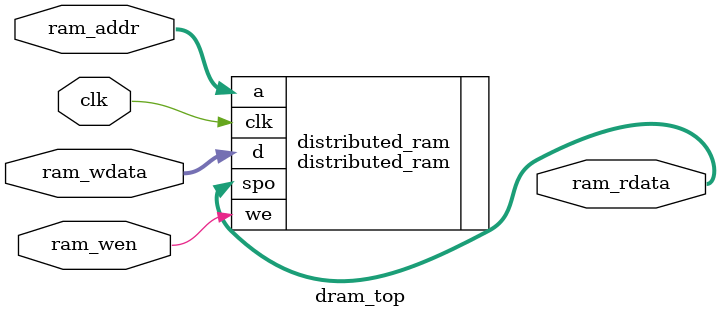
<source format=v>
module dram_top (
    input         clk      ,
    input  [15:0] ram_addr ,
    input  [31:0] ram_wdata,
    input         ram_wen  ,
    output [31:0] ram_rdata		   
);
					   
distributed_ram distributed_ram(
    .clk (clk       ),
    .we  (ram_wen   ),
    .a   (ram_addr  ),
    .d   (ram_wdata ),
    .spo (ram_rdata ) 
);

endmodule

</source>
